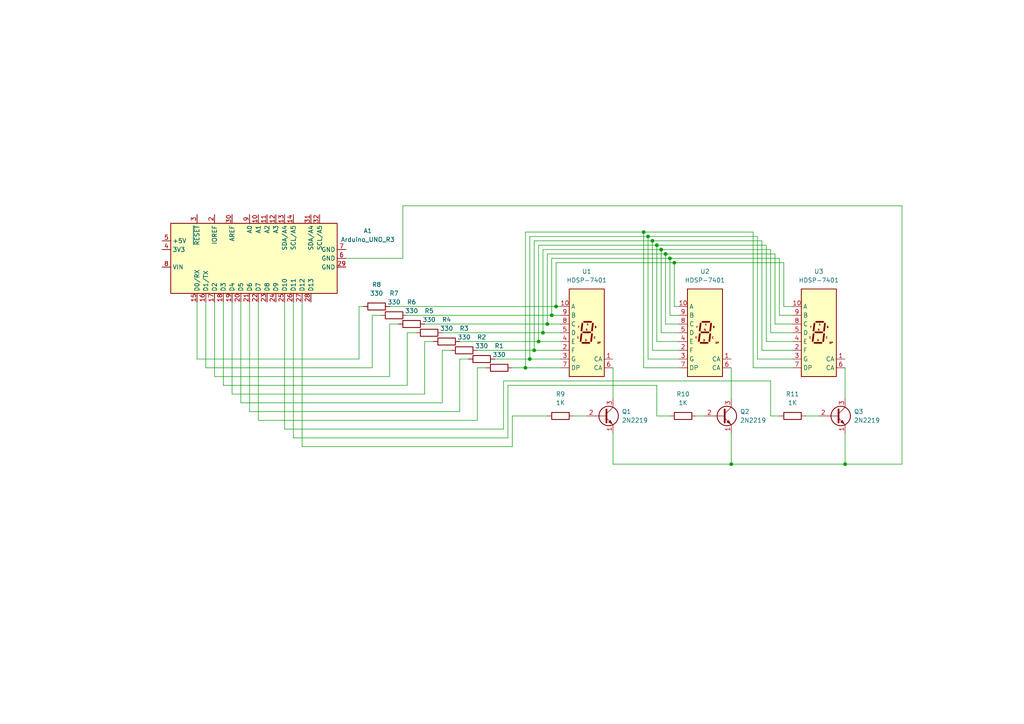
<source format=kicad_sch>
(kicad_sch (version 20250114) (generator "eeschema") (generator_version "9.0")
  (paper "A4")
  (lib_symbols
    (symbol "Device:R" (pin_numbers (hide yes)) (pin_names (offset 0))
      (property "Reference" "R" (at 2.032 0 90))
      (property "Value" "R" (at 0 0 90))
      (symbol "R_0_1"
        (rectangle (start -1.016 -2.54) (end 1.016 2.54) (stroke (width 0.254)))
      )
      (symbol "R_1_1"
        (pin passive line (at 0 3.81 270) (length 1.27) (name "~") (number "1"))
        (pin passive line (at 0 -3.81 90) (length 1.27) (name "~") (number "2"))
      )
    )
    (symbol "Display_Character:HDSP-7401"
      (property "Reference" "U" (at -3.81 13.97 0))
      (property "Value" "HDSP-7401" (at 6.35 13.97 0))
      (symbol "HDSP-7401_1_0"
        (text "E" (at -2.54 -1.397 0) (effects (font (size 0.508 0.508))))
        (text "F" (at -2.286 1.651 0) (effects (font (size 0.508 0.508))))
        (text "D" (at -0.254 -2.159 0) (effects (font (size 0.508 0.508))))
        (text "G" (at 0 0.889 0) (effects (font (size 0.508 0.508))))
        (text "A" (at 0.254 2.413 0) (effects (font (size 0.508 0.508))))
        (text "C" (at 2.286 -1.397 0) (effects (font (size 0.508 0.508))))
        (text "B" (at 2.54 1.651 0) (effects (font (size 0.508 0.508))))
        (text "DP" (at 3.556 -2.921 0) (effects (font (size 0.508 0.508))))
      )
      (symbol "HDSP-7401_1_1"
        (rectangle (start -5.08 12.7) (end 5.08 -12.7) (stroke (width 0.254)) (fill (type background)))
        (polyline (pts (xy -1.524 -0.381) (xy -1.778 -2.413)) (stroke (width 0.508)))
        (polyline (pts (xy -1.27 2.667) (xy -1.524 0.635)) (stroke (width 0.508)))
        (polyline (pts (xy -1.27 -2.921) (xy 0.762 -2.921)) (stroke (width 0.508)))
        (polyline (pts (xy -1.016 0.127) (xy 1.016 0.127)) (stroke (width 0.508)))
        (polyline (pts (xy -0.762 3.175) (xy 1.27 3.175)) (stroke (width 0.508)))
        (polyline (pts (xy 1.524 -0.381) (xy 1.27 -2.413)) (stroke (width 0.508)))
        (polyline (pts (xy 1.778 2.667) (xy 1.524 0.635)) (stroke (width 0.508)))
        (polyline (pts (xy 2.54 -2.921) (xy 2.54 -2.921)) (stroke (width 0.508)))
        (pin input line (at -7.62 7.62 0) (length 2.54) (name "A") (number "10"))
        (pin input line (at -7.62 5.08 0) (length 2.54) (name "B") (number "9"))
        (pin input line (at -7.62 2.54 0) (length 2.54) (name "C") (number "8"))
        (pin input line (at -7.62 0 0) (length 2.54) (name "D") (number "5"))
        (pin input line (at -7.62 -2.54 0) (length 2.54) (name "E") (number "4"))
        (pin input line (at -7.62 -5.08 0) (length 2.54) (name "F") (number "2"))
        (pin input line (at -7.62 -7.62 0) (length 2.54) (name "G") (number "3"))
        (pin input line (at -7.62 -10.16 0) (length 2.54) (name "DP") (number "7"))
        (pin input line (at 7.62 -7.62 180) (length 2.54) (name "CA") (number "1"))
        (pin input line (at 7.62 -10.16 180) (length 2.54) (name "CA") (number "6"))
      )
    )
    (symbol "MCU_Module:Arduino_UNO_R3"
      (property "Reference" "A" (at -10.16 23.495 0))
      (property "Value" "Arduino_UNO_R3" (at 5.08 -26.67 0))
      (symbol "Arduino_UNO_R3_0_1"
        (rectangle (start -10.16 22.86) (end 10.16 -25.4) (stroke (width 0.254)) (fill (type background)))
      )
      (symbol "Arduino_UNO_R3_1_1"
        (pin bidirectional line (at -12.7 15.24 0) (length 2.54) (name "D0/RX") (number "15"))
        (pin bidirectional line (at -12.7 12.7 0) (length 2.54) (name "D1/TX") (number "16"))
        (pin bidirectional line (at -12.7 10.16 0) (length 2.54) (name "D2") (number "17"))
        (pin bidirectional line (at -12.7 7.62 0) (length 2.54) (name "D3") (number "18"))
        (pin bidirectional line (at -12.7 5.08 0) (length 2.54) (name "D4") (number "19"))
        (pin bidirectional line (at -12.7 2.54 0) (length 2.54) (name "D5") (number "20"))
        (pin bidirectional line (at -12.7 0 0) (length 2.54) (name "D6") (number "21"))
        (pin bidirectional line (at -12.7 -2.54 0) (length 2.54) (name "D7") (number "22"))
        (pin bidirectional line (at -12.7 -5.08 0) (length 2.54) (name "D8") (number "23"))
        (pin bidirectional line (at -12.7 -7.62 0) (length 2.54) (name "D9") (number "24"))
        (pin bidirectional line (at -12.7 -10.16 0) (length 2.54) (name "D10") (number "25"))
        (pin bidirectional line (at -12.7 -12.7 0) (length 2.54) (name "D11") (number "26"))
        (pin bidirectional line (at -12.7 -15.24 0) (length 2.54) (name "D12") (number "27"))
        (pin bidirectional line (at -12.7 -17.78 0) (length 2.54) (name "D13") (number "28"))
        (pin no_connect line (at -10.16 -20.32 0) (length 2.54) (hide yes) (name "NC") (number "1"))
        (pin power_in line (at -2.54 25.4 270) (length 2.54) (name "VIN") (number "8"))
        (pin power_in line (at -2.54 -27.94 90) (length 2.54) (name "GND") (number "29"))
        (pin power_in line (at 0 -27.94 90) (length 2.54) (name "GND") (number "6"))
        (pin power_out line (at 2.54 25.4 270) (length 2.54) (name "3V3") (number "4"))
        (pin power_in line (at 2.54 -27.94 90) (length 2.54) (name "GND") (number "7"))
        (pin power_out line (at 5.08 25.4 270) (length 2.54) (name "+5V") (number "5"))
        (pin input line (at 12.7 15.24 180) (length 2.54) (name "~{RESET}") (number "3"))
        (pin output line (at 12.7 10.16 180) (length 2.54) (name "IOREF") (number "2"))
        (pin input line (at 12.7 5.08 180) (length 2.54) (name "AREF") (number "30"))
        (pin bidirectional line (at 12.7 0 180) (length 2.54) (name "A0") (number "9"))
        (pin bidirectional line (at 12.7 -2.54 180) (length 2.54) (name "A1") (number "10"))
        (pin bidirectional line (at 12.7 -5.08 180) (length 2.54) (name "A2") (number "11"))
        (pin bidirectional line (at 12.7 -7.62 180) (length 2.54) (name "A3") (number "12"))
        (pin bidirectional line (at 12.7 -10.16 180) (length 2.54) (name "SDA/A4") (number "13"))
        (pin bidirectional line (at 12.7 -12.7 180) (length 2.54) (name "SCL/A5") (number "14"))
        (pin bidirectional line (at 12.7 -17.78 180) (length 2.54) (name "SDA/A4") (number "31"))
        (pin bidirectional line (at 12.7 -20.32 180) (length 2.54) (name "SCL/A5") (number "32"))
      )
    )
    (symbol "Transistor_BJT:2N2219" (pin_names (offset 0) (hide yes))
      (property "Reference" "Q" (at 5.08 1.905 0))
      (property "Value" "2N2219" (at 5.08 0 0))
      (symbol "2N2219_0_1"
        (polyline (pts (xy -2.54 0) (xy 0.635 0)))
        (polyline (pts (xy 0.635 1.905) (xy 0.635 -1.905)) (stroke (width 0.508)))
        (circle (center 1.27 0) (radius 2.8194) (stroke (width 0.254)))
      )
      (symbol "2N2219_1_1"
        (polyline (pts (xy 0.635 0.635) (xy 2.54 2.54)))
        (polyline (pts (xy 0.635 -0.635) (xy 2.54 -2.54)))
        (polyline (pts (xy 1.27 -1.778) (xy 1.778 -1.27) (xy 2.286 -2.286) (xy 1.27 -1.778)) (fill (type outline)))
        (pin input line (at -5.08 0 0) (length 2.54) (name "B") (number "2"))
        (pin passive line (at 2.54 5.08 270) (length 2.54) (name "C") (number "3"))
        (pin passive line (at 2.54 -5.08 90) (length 2.54) (name "E") (number "1"))
      )
    )
  )
  (junction (at 187.96 68.58))
  (junction (at 245.11 134.62))
  (junction (at 193.04 73.66))
  (junction (at 156.21 99.06))
  (junction (at 158.75 93.98))
  (junction (at 152.4 106.68))
  (junction (at 160.02 91.44))
  (junction (at 186.69 67.31))
  (junction (at 194.31 74.93))
  (junction (at 190.5 71.12))
  (junction (at 157.48 96.52))
  (junction (at 189.23 69.85))
  (junction (at 161.29 88.9))
  (junction (at 154.94 101.6))
  (junction (at 195.58 76.2))
  (junction (at 153.67 104.14))
  (junction (at 191.77 72.39))
  (junction (at 212.09 134.62))
  (wire (pts (xy 162.56 104.14) (xy 153.67 104.14)))
  (wire (pts (xy 157.48 72.39) (xy 191.77 72.39)))
  (wire (pts (xy 161.29 76.2) (xy 195.58 76.2)))
  (wire (pts (xy 162.56 88.9) (xy 161.29 88.9)))
  (wire (pts (xy 189.23 69.85) (xy 189.23 101.6)))
  (wire (pts (xy 133.35 104.14) (xy 133.35 119.38)))
  (wire (pts (xy 193.04 73.66) (xy 224.79 73.66)))
  (wire (pts (xy 140.97 106.68) (xy 138.43 106.68)))
  (wire (pts (xy 220.98 69.85) (xy 220.98 101.6)))
  (wire (pts (xy 196.85 96.52) (xy 191.77 96.52)))
  (wire (pts (xy 85.09 87.63) (xy 85.09 127)))
  (wire (pts (xy 196.85 104.14) (xy 187.96 104.14)))
  (wire (pts (xy 148.59 120.65) (xy 148.59 129.54)))
  (wire (pts (xy 105.41 88.9) (xy 104.14 88.9)))
  (wire (pts (xy 224.79 73.66) (xy 224.79 93.98)))
  (wire (pts (xy 189.23 69.85) (xy 220.98 69.85)))
  (wire (pts (xy 218.44 106.68) (xy 229.87 106.68)))
  (wire (pts (xy 147.32 111.76) (xy 147.32 127)))
  (wire (pts (xy 146.05 124.46) (xy 146.05 110.49)))
  (wire (pts (xy 156.21 71.12) (xy 190.5 71.12)))
  (wire (pts (xy 226.06 74.93) (xy 226.06 91.44)))
  (wire (pts (xy 162.56 91.44) (xy 160.02 91.44)))
  (wire (pts (xy 57.15 87.63) (xy 57.15 104.14)))
  (wire (pts (xy 233.68 120.65) (xy 237.49 120.65)))
  (wire (pts (xy 201.93 120.65) (xy 204.47 120.65)))
  (wire (pts (xy 120.65 96.52) (xy 118.11 96.52)))
  (wire (pts (xy 138.43 101.6) (xy 154.94 101.6)))
  (wire (pts (xy 222.25 71.12) (xy 222.25 99.06)))
  (wire (pts (xy 196.85 91.44) (xy 194.31 91.44)))
  (wire (pts (xy 59.69 87.63) (xy 59.69 106.68)))
  (wire (pts (xy 158.75 73.66) (xy 193.04 73.66)))
  (wire (pts (xy 195.58 76.2) (xy 195.58 88.9)))
  (wire (pts (xy 59.69 106.68) (xy 107.95 106.68)))
  (wire (pts (xy 158.75 93.98) (xy 158.75 73.66)))
  (wire (pts (xy 118.11 91.44) (xy 160.02 91.44)))
  (wire (pts (xy 162.56 93.98) (xy 158.75 93.98)))
  (wire (pts (xy 152.4 67.31) (xy 186.69 67.31)))
  (wire (pts (xy 223.52 96.52) (xy 229.87 96.52)))
  (wire (pts (xy 162.56 96.52) (xy 157.48 96.52)))
  (wire (pts (xy 157.48 96.52) (xy 157.48 72.39)))
  (wire (pts (xy 191.77 72.39) (xy 191.77 96.52)))
  (wire (pts (xy 160.02 91.44) (xy 160.02 74.93)))
  (wire (pts (xy 72.39 119.38) (xy 133.35 119.38)))
  (wire (pts (xy 212.09 125.73) (xy 212.09 134.62)))
  (wire (pts (xy 187.96 68.58) (xy 187.96 104.14)))
  (wire (pts (xy 115.57 93.98) (xy 113.03 93.98)))
  (wire (pts (xy 64.77 111.76) (xy 118.11 111.76)))
  (wire (pts (xy 110.49 91.44) (xy 107.95 91.44)))
  (wire (pts (xy 177.8 134.62) (xy 212.09 134.62)))
  (wire (pts (xy 245.11 106.68) (xy 245.11 115.57)))
  (wire (pts (xy 177.8 125.73) (xy 177.8 134.62)))
  (wire (pts (xy 190.5 71.12) (xy 190.5 99.06)))
  (wire (pts (xy 123.19 99.06) (xy 123.19 114.3)))
  (wire (pts (xy 125.73 99.06) (xy 123.19 99.06)))
  (wire (pts (xy 148.59 106.68) (xy 152.4 106.68)))
  (wire (pts (xy 87.63 87.63) (xy 87.63 129.54)))
  (wire (pts (xy 162.56 99.06) (xy 156.21 99.06)))
  (wire (pts (xy 74.93 121.92) (xy 138.43 121.92)))
  (wire (pts (xy 87.63 129.54) (xy 148.59 129.54)))
  (wire (pts (xy 245.11 125.73) (xy 245.11 134.62)))
  (wire (pts (xy 194.31 74.93) (xy 194.31 91.44)))
  (wire (pts (xy 118.11 96.52) (xy 118.11 111.76)))
  (wire (pts (xy 72.39 119.38) (xy 72.39 87.63)))
  (wire (pts (xy 212.09 106.68) (xy 212.09 115.57)))
  (wire (pts (xy 190.5 71.12) (xy 222.25 71.12)))
  (wire (pts (xy 113.03 93.98) (xy 113.03 109.22)))
  (wire (pts (xy 261.62 134.62) (xy 261.62 59.69)))
  (wire (pts (xy 212.09 134.62) (xy 245.11 134.62)))
  (wire (pts (xy 123.19 93.98) (xy 158.75 93.98)))
  (wire (pts (xy 194.31 120.65) (xy 190.5 120.65)))
  (wire (pts (xy 62.23 109.22) (xy 113.03 109.22)))
  (wire (pts (xy 153.67 68.58) (xy 187.96 68.58)))
  (wire (pts (xy 223.52 120.65) (xy 226.06 120.65)))
  (wire (pts (xy 82.55 87.63) (xy 82.55 124.46)))
  (wire (pts (xy 223.52 72.39) (xy 223.52 96.52)))
  (wire (pts (xy 220.98 101.6) (xy 229.87 101.6)))
  (wire (pts (xy 135.89 104.14) (xy 133.35 104.14)))
  (wire (pts (xy 128.27 101.6) (xy 128.27 116.84)))
  (wire (pts (xy 138.43 106.68) (xy 138.43 121.92)))
  (wire (pts (xy 57.15 104.14) (xy 104.14 104.14)))
  (wire (pts (xy 261.62 59.69) (xy 116.84 59.69)))
  (wire (pts (xy 223.52 110.49) (xy 223.52 120.65)))
  (wire (pts (xy 161.29 88.9) (xy 161.29 76.2)))
  (wire (pts (xy 85.09 127) (xy 147.32 127)))
  (wire (pts (xy 194.31 74.93) (xy 226.06 74.93)))
  (wire (pts (xy 222.25 99.06) (xy 229.87 99.06)))
  (wire (pts (xy 133.35 99.06) (xy 156.21 99.06)))
  (wire (pts (xy 160.02 74.93) (xy 194.31 74.93)))
  (wire (pts (xy 227.33 76.2) (xy 227.33 88.9)))
  (wire (pts (xy 186.69 67.31) (xy 186.69 106.68)))
  (wire (pts (xy 116.84 74.93) (xy 100.33 74.93)))
  (wire (pts (xy 190.5 111.76) (xy 147.32 111.76)))
  (wire (pts (xy 116.84 59.69) (xy 116.84 74.93)))
  (wire (pts (xy 162.56 101.6) (xy 154.94 101.6)))
  (wire (pts (xy 219.71 68.58) (xy 219.71 104.14)))
  (wire (pts (xy 196.85 101.6) (xy 189.23 101.6)))
  (wire (pts (xy 104.14 88.9) (xy 104.14 104.14)))
  (wire (pts (xy 156.21 99.06) (xy 156.21 71.12)))
  (wire (pts (xy 245.11 134.62) (xy 261.62 134.62)))
  (wire (pts (xy 107.95 91.44) (xy 107.95 106.68)))
  (wire (pts (xy 62.23 109.22) (xy 62.23 87.63)))
  (wire (pts (xy 195.58 76.2) (xy 227.33 76.2)))
  (wire (pts (xy 196.85 88.9) (xy 195.58 88.9)))
  (wire (pts (xy 154.94 69.85) (xy 189.23 69.85)))
  (wire (pts (xy 128.27 96.52) (xy 157.48 96.52)))
  (wire (pts (xy 152.4 106.68) (xy 152.4 67.31)))
  (wire (pts (xy 82.55 124.46) (xy 146.05 124.46)))
  (wire (pts (xy 177.8 106.68) (xy 177.8 115.57)))
  (wire (pts (xy 166.37 120.65) (xy 170.18 120.65)))
  (wire (pts (xy 67.31 114.3) (xy 123.19 114.3)))
  (wire (pts (xy 219.71 104.14) (xy 229.87 104.14)))
  (wire (pts (xy 67.31 114.3) (xy 67.31 87.63)))
  (wire (pts (xy 227.33 88.9) (xy 229.87 88.9)))
  (wire (pts (xy 193.04 73.66) (xy 193.04 93.98)))
  (wire (pts (xy 186.69 67.31) (xy 218.44 67.31)))
  (wire (pts (xy 153.67 104.14) (xy 153.67 68.58)))
  (wire (pts (xy 130.81 101.6) (xy 128.27 101.6)))
  (wire (pts (xy 190.5 120.65) (xy 190.5 111.76)))
  (wire (pts (xy 113.03 88.9) (xy 161.29 88.9)))
  (wire (pts (xy 191.77 72.39) (xy 223.52 72.39)))
  (wire (pts (xy 162.56 106.68) (xy 152.4 106.68)))
  (wire (pts (xy 154.94 101.6) (xy 154.94 69.85)))
  (wire (pts (xy 218.44 67.31) (xy 218.44 106.68)))
  (wire (pts (xy 224.79 93.98) (xy 229.87 93.98)))
  (wire (pts (xy 196.85 93.98) (xy 193.04 93.98)))
  (wire (pts (xy 196.85 106.68) (xy 186.69 106.68)))
  (wire (pts (xy 69.85 116.84) (xy 69.85 87.63)))
  (wire (pts (xy 226.06 91.44) (xy 229.87 91.44)))
  (wire (pts (xy 146.05 110.49) (xy 223.52 110.49)))
  (wire (pts (xy 64.77 111.76) (xy 64.77 87.63)))
  (wire (pts (xy 187.96 68.58) (xy 219.71 68.58)))
  (wire (pts (xy 158.75 120.65) (xy 148.59 120.65)))
  (wire (pts (xy 69.85 116.84) (xy 128.27 116.84)))
  (wire (pts (xy 74.93 121.92) (xy 74.93 87.63)))
  (wire (pts (xy 143.51 104.14) (xy 153.67 104.14)))
  (wire (pts (xy 196.85 99.06) (xy 190.5 99.06)))
  (symbol (lib_id "Transistor_BJT:2N2219") (at 209.55 120.65 0) (unit 1)
    (property "Reference" "Q2" (at 214.63 119.3799 0) (effects (justify left)))
    (property "Value" "2N2219" (at 214.63 121.9199 0) (effects (justify left)))
    (property "Footprint" "Package_TO_SOT_THT:TO-39-3" (effects (hide yes)))
    (property "Datasheet" "http://www.onsemi.com/pub_link/Collateral/2N2219-D.PDF" (effects (hide yes)))
    (property "Description" "800mA Ic, 50V Vce, NPN Transistor, TO-39" (effects (hide yes)))
  )
  (symbol (lib_id "MCU_Module:Arduino_UNO_R3") (at 72.39 74.93 90) (unit 1)
    (property "Reference" "A1" (at 106.68 66.9446 90))
    (property "Value" "Arduino_UNO_R3" (at 106.68 69.4846 90))
    (property "Footprint" "Module:Arduino_UNO_R3" (effects (hide yes)))
    (property "Datasheet" "https://www.arduino.cc/en/Main/arduinoBoardUno" (effects (hide yes)))
    (property "Description" "Arduino UNO Microcontroller Module, release 3" (effects (hide yes)))
  )
  (symbol (lib_id "Device:R") (at 124.46 96.52 90) (unit 1)
    (property "Reference" "R5" (at 124.46 90.17 90))
    (property "Value" "330" (at 124.46 92.71 90))
    (property "Description" "Resistor" (effects (hide yes)))
  )
  (symbol (lib_id "Display_Character:HDSP-7401") (at 170.18 96.52 0) (unit 1)
    (property "Reference" "U1" (at 170.18 78.74 0))
    (property "Value" "HDSP-7401" (at 170.18 81.28 0))
    (property "Footprint" "Display_7Segment:HDSP-7401" (effects (hide yes)))
    (property "Datasheet" "https://docs.broadcom.com/docs/AV02-2553EN" (effects (hide yes)))
    (property "Description" "One digit 7 segment yellow, common anode" (effects (hide yes)))
  )
  (symbol (lib_id "Device:R") (at 134.62 101.6 90) (unit 1)
    (property "Reference" "R3" (at 134.62 95.25 90))
    (property "Value" "330" (at 134.62 97.79 90))
    (property "Description" "Resistor" (effects (hide yes)))
  )
  (symbol (lib_id "Device:R") (at 198.12 120.65 90) (unit 1)
    (property "Reference" "R10" (at 198.12 114.3 90))
    (property "Value" "1K" (at 198.12 116.84 90))
    (property "Description" "Resistor" (effects (hide yes)))
  )
  (symbol (lib_id "Device:R") (at 139.7 104.14 90) (unit 1)
    (property "Reference" "R2" (at 139.7 97.79 90))
    (property "Value" "330" (at 139.7 100.33 90))
    (property "Description" "Resistor" (effects (hide yes)))
  )
  (symbol (lib_id "Device:R") (at 114.3 91.44 90) (unit 1)
    (property "Reference" "R7" (at 114.3 85.09 90))
    (property "Value" "330" (at 114.3 87.63 90))
    (property "Description" "Resistor" (effects (hide yes)))
  )
  (symbol (lib_id "Device:R") (at 119.38 93.98 90) (unit 1)
    (property "Reference" "R6" (at 119.38 87.63 90))
    (property "Value" "330" (at 119.38 90.17 90))
    (property "Description" "Resistor" (effects (hide yes)))
  )
  (symbol (lib_id "Display_Character:HDSP-7401") (at 204.47 96.52 0) (unit 1)
    (property "Reference" "U2" (at 204.47 78.74 0))
    (property "Value" "HDSP-7401" (at 204.47 81.28 0))
    (property "Footprint" "Display_7Segment:HDSP-7401" (effects (hide yes)))
    (property "Datasheet" "https://docs.broadcom.com/docs/AV02-2553EN" (effects (hide yes)))
    (property "Description" "One digit 7 segment yellow, common anode" (effects (hide yes)))
  )
  (symbol (lib_id "Device:R") (at 162.56 120.65 90) (unit 1)
    (property "Reference" "R9" (at 162.56 114.3 90))
    (property "Value" "1K" (at 162.56 116.84 90))
    (property "Description" "Resistor" (effects (hide yes)))
  )
  (symbol (lib_id "Device:R") (at 109.22 88.9 90) (unit 1)
    (property "Reference" "R8" (at 109.22 82.55 90))
    (property "Value" "330" (at 109.22 85.09 90))
    (property "Description" "Resistor" (effects (hide yes)))
  )
  (symbol (lib_id "Device:R") (at 144.78 106.68 90) (unit 1)
    (property "Reference" "R1" (at 144.78 100.33 90))
    (property "Value" "330" (at 144.78 102.87 90))
    (property "Description" "Resistor" (effects (hide yes)))
  )
  (symbol (lib_id "Transistor_BJT:2N2219") (at 242.57 120.65 0) (unit 1)
    (property "Reference" "Q3" (at 247.65 119.3799 0) (effects (justify left)))
    (property "Value" "2N2219" (at 247.65 121.9199 0) (effects (justify left)))
    (property "Footprint" "Package_TO_SOT_THT:TO-39-3" (effects (hide yes)))
    (property "Datasheet" "http://www.onsemi.com/pub_link/Collateral/2N2219-D.PDF" (effects (hide yes)))
    (property "Description" "800mA Ic, 50V Vce, NPN Transistor, TO-39" (effects (hide yes)))
  )
  (symbol (lib_id "Transistor_BJT:2N2219") (at 175.26 120.65 0) (unit 1)
    (property "Reference" "Q1" (at 180.34 119.3799 0) (effects (justify left)))
    (property "Value" "2N2219" (at 180.34 121.9199 0) (effects (justify left)))
    (property "Footprint" "Package_TO_SOT_THT:TO-39-3" (effects (hide yes)))
    (property "Datasheet" "http://www.onsemi.com/pub_link/Collateral/2N2219-D.PDF" (effects (hide yes)))
    (property "Description" "800mA Ic, 50V Vce, NPN Transistor, TO-39" (effects (hide yes)))
  )
  (symbol (lib_id "Display_Character:HDSP-7401") (at 237.49 96.52 0) (unit 1)
    (property "Reference" "U3" (at 237.49 78.74 0))
    (property "Value" "HDSP-7401" (at 237.49 81.28 0))
    (property "Footprint" "Display_7Segment:HDSP-7401" (effects (hide yes)))
    (property "Datasheet" "https://docs.broadcom.com/docs/AV02-2553EN" (effects (hide yes)))
    (property "Description" "One digit 7 segment yellow, common anode" (effects (hide yes)))
  )
  (symbol (lib_id "Device:R") (at 229.87 120.65 90) (unit 1)
    (property "Reference" "R11" (at 229.87 114.3 90))
    (property "Value" "1K" (at 229.87 116.84 90))
    (property "Description" "Resistor" (effects (hide yes)))
  )
  (symbol (lib_id "Device:R") (at 129.54 99.06 90) (unit 1)
    (property "Reference" "R4" (at 129.54 92.71 90))
    (property "Value" "330" (at 129.54 95.25 90))
    (property "Description" "Resistor" (effects (hide yes)))
  )
)
</source>
